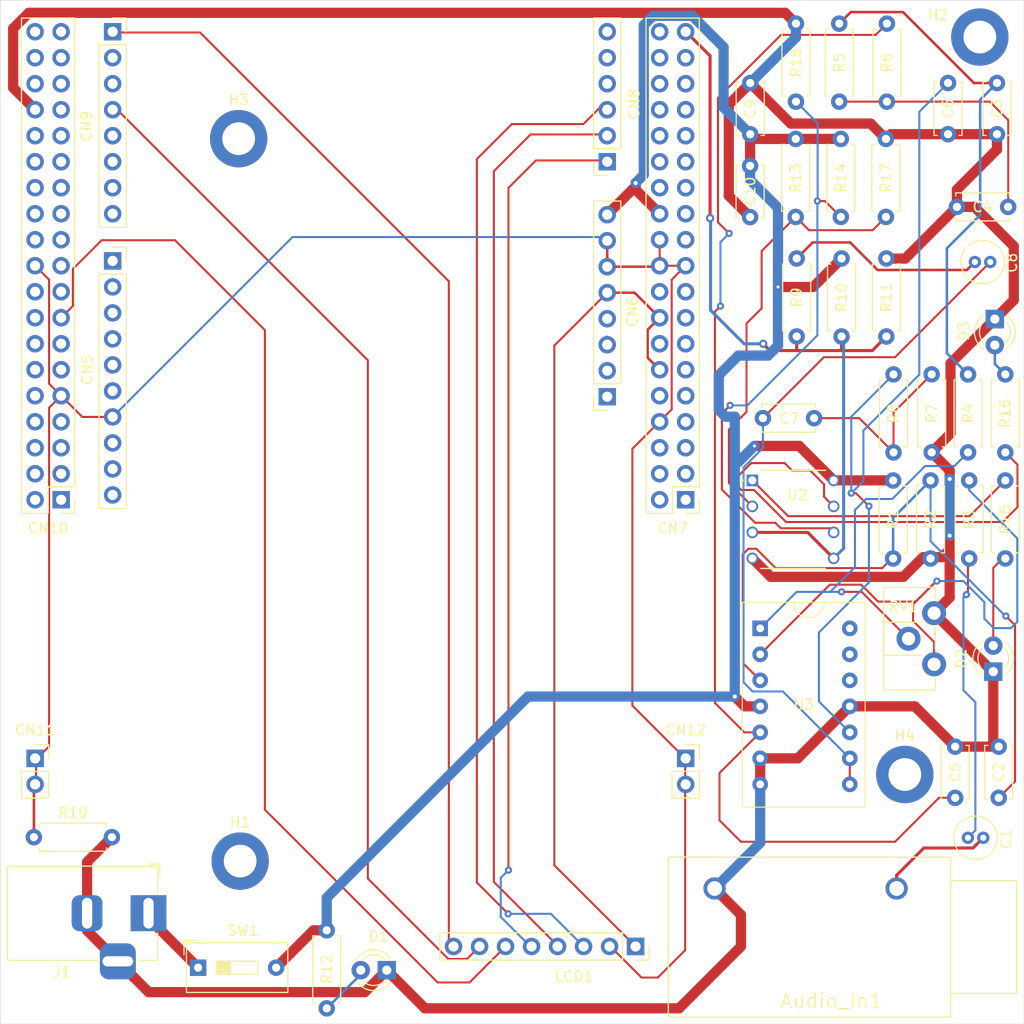
<source format=kicad_pcb>
(kicad_pcb (version 20240108) (generator "pcbnew") (generator_version "8.0")
  (layers (0 "F.Cu" signal) (31 "B.Cu" power) (34 "B.Paste" user) (35 "F.Paste" user) (36 "B.SilkS" user "B.Silkscreen") (37 "F.SilkS" user "F.Silkscreen") (38 "B.Mask" user) (39 "F.Mask" user) (44 "Edge.Cuts" user))
  (net 0 "")
  (net 1 "GND")
  (net 2 "+5V")
  (net 3 "VIN")
  (net 4 "VDD")
  (net 5 "Audio In")
  (net 6 "AGND")
  (net 7 "Net-(C3-Pad1)")
  (net 8 "Net-(C4-Pad1)")
  (net 9 "Net-(C7-Pad2)")
  (net 10 "Net-(C8-Pad2)")
  (net 11 "ADC1")
  (net 12 "Net-(SW1-A)")
  (net 13 "Net-(D2-A)")
  (net 14 "Net-(D1-A)")
  (net 15 "Net-(D3-A)")
  (net 16 "Net-(U2-1IN-)")
  (net 17 "Net-(U2-2IN-)")
  (net 18 "Net-(U2-1OUT)")
  (net 19 "Net-(U2-2OUT)")
  (net 20 "Net-(U3-in_1_+)")
  (net 21 "Net-(U3-in_2_+)")
  (net 22 "Net-(U3-in_3_+)")
  (net 23 "Net-(U3-in_3_-)")
  (net 24 "Net-(U3-in_1_-)")
  (net 25 "Net-(U3-out_1)")
  (net 29 "/SDI")
  (net 30 "/LCD_CS")
  (net 31 "/LED")
  (net 32 "/LCD_RS")
  (net 33 "/SCK")
  (net 34 "/LCD_RST")
  (net 38 "unconnected-(CN6-Pin_3-Pad3)")
  (net 74 "unconnected-(CN9-Pin_8-Pad8)")
  (net 79 "unconnected-(CN10-Pin_35-Pad35)")
  (net 80 "unconnected-(CN10-Pin_29-Pad29)")
  (net 85 "unconnected-(CN10-Pin_27-Pad27)")
  (net 94 "unconnected-(CN10-Pin_33-Pad33)")
  (net 95 "unconnected-(CN10-Pin_25-Pad25)")
  (net 100 "unconnected-(CN10-Pin_31-Pad31)")
  (net 117 "Net-(C1-Pad2)")
  (footprint "Connector_PinSocket_2.54mm:PinSocket_1x02_P2.54mm_Vertical" (layer "F.Cu") (at 88.955 90.093)
    (property "Reference" "CN12")
    (property "Value" "Conn_01x02")
  )
  (footprint "Capacitor_THT:C_Radial_D4.0mm_H5.0mm_P1.50mm" (layer "F.Cu") (at 118.708 41.606 180)
    (property "Reference" "C8")
    (property "Value" "270µ")
  )
  (footprint "LED_THT:LED_D3.0mm" (layer "F.Cu") (at 59.76 110.779 180)
    (property "Reference" "D1")
    (property "Value" "LED")
  )
  (footprint "Resistor_THT:R_Axial_DIN0207_L6.3mm_D2.5mm_P7.62mm_Horizontal" (layer "F.Cu") (at 112.875 70.565 90)
    (property "Reference" "R2")
    (property "Value" "10k")
  )
  (footprint "Button_Switch_THT:SW_DIP_SPSTx01_Slide_9.78x4.72mm_W7.62mm_P2.54mm" (layer "F.Cu") (at 41.3325 110.536)
    (property "Reference" "SW1")
    (property "Value" "SW_SPST")
  )
  (footprint "Resistor_THT:R_Axial_DIN0207_L6.3mm_D2.5mm_P7.62mm_Horizontal" (layer "F.Cu") (at 99.802333 41.261349 -90)
    (property "Reference" "R9")
    (property "Value" "800")
  )
  (footprint "Capacitor_THT:C_Disc_D5.0mm_W2.5mm_P5.00mm" (layer "F.Cu") (at 120.454 36.222 180)
    (property "Reference" "C4")
    (property "Value" "1nF")
  )
  (footprint "Connector_PinSocket_2.54mm:PinSocket_1x06_P2.54mm_Vertical" (layer "F.Cu") (at 81.293 31.809 180)
    (property "Reference" "CN8")
    (property "Value" "Conn_01x06")
  )
  (footprint "Resistor_THT:R_Axial_DIN0207_L6.3mm_D2.5mm_P7.62mm_Horizontal" (layer "F.Cu") (at 108.614 25.94 90)
    (property "Reference" "R6")
    (property "Value" "56K")
  )
  (footprint "Capacitor_THT:C_Disc_D5.0mm_W2.5mm_P5.00mm" (layer "F.Cu") (at 95.249 37.217 90)
    (property "Reference" "C10")
    (property "Value" "10µ")
  )
  (footprint "Capacitor_THT:C_Disc_D5.0mm_W2.5mm_P5.00mm" (layer "F.Cu") (at 119.537 93.947 90)
    (property "Reference" "C2")
    (property "Value" "1n")
  )
  (footprint "Resistor_THT:R_Axial_DIN0207_L6.3mm_D2.5mm_P7.62mm_Horizontal" (layer "F.Cu") (at 53.896 106.891 -90)
    (property "Reference" "R12")
    (property "Value" "330")
  )
  (footprint "Connector_BarrelJack:BarrelJack_Horizontal" (layer "F.Cu") (at 36.489 105.216)
    (property "Reference" "J1")
    (property "Value" "Barrel_Jack_Switch")
  )
  (footprint "Capacitor_THT:C_Disc_D5.0mm_W2.5mm_P5.00mm" (layer "F.Cu") (at 119.367 24.12 -90)
    (property "Reference" "C3")
    (property "Value" "680p")
  )
  (footprint "Connector_PinSocket_2.54mm:PinSocket_1x10_P2.54mm_Vertical" (layer "F.Cu") (at 32.983 41.499)
    (property "Reference" "CN5")
    (property "Value" "Conn_01x10")
  )
  (footprint "Potentiometer_THT:Potentiometer_ACP_CA9-H2,5_Horizontal" (layer "F.Cu") (at 113.224 80.905 180)
    (property "Reference" "RV1")
    (property "Value" "R_Var")
  )
  (footprint "LED_THT:LED_D3.0mm" (layer "F.Cu") (at 119.005 81.616 90)
    (property "Reference" "D2")
    (property "Value" "LED")
  )
  (footprint "Connector_PinSocket_2.54mm:PinSocket_2x19_P2.54mm_Vertical" (layer "F.Cu") (at 88.955 19.11)
    (property "Reference" "CN7")
    (property "Value" "Conn_02x19_Odd_Even")
  )
  (footprint "Capacitor_THT:C_Disc_D5.0mm_W2.5mm_P5.00mm" (layer "F.Cu") (at 96.502 56.859)
    (property "Reference" "C7")
    (property "Value" "1.8n")
  )
  (footprint "Resistor_THT:R_Axial_DIN0207_L6.3mm_D2.5mm_P7.62mm_Horizontal" (layer "F.Cu") (at 25.291 97.787)
    (property "Reference" "R19")
    (property "Value" "0")
  )
  (footprint "Connector_PinSocket_2.54mm:PinSocket_1x08_P2.54mm_Vertical" (layer "F.Cu") (at 32.983 19.11)
    (property "Reference" "CN9")
    (property "Value" "Conn_01x08")
  )
  (footprint "Resistor_THT:R_Axial_DIN0207_L6.3mm_D2.5mm_P7.62mm_Horizontal" (layer "F.Cu") (at 109.26 60.205 90)
    (property "Reference" "R8")
    (property "Value" "56K")
  )
  (footprint "Connector_PinSocket_2.54mm:PinSocket_1x02_P2.54mm_Vertical" (layer "F.Cu") (at 25.41 90.093)
    (property "Reference" "CN11")
    (property "Value" "Conn_01x02")
  )
  (footprint "Capacitor_THT:C_Radial_D4.0mm_H5.0mm_P1.50mm" (layer "F.Cu") (at 118.027 97.848 180)
    (property "Reference" "C1")
    (property "Value" "150µ")
  )
  (footprint "Resistor_THT:R_Axial_DIN0207_L6.3mm_D2.5mm_P7.62mm_Horizontal" (layer "F.Cu") (at 99.706833 37.203349 90)
    (property "Reference" "R13")
    (property "Value" "23.3k")
  )
  (footprint "Resistor_THT:R_Axial_DIN0207_L6.3mm_D2.5mm_P7.62mm_Horizontal" (layer "F.Cu") (at 103.958333 18.32 -90)
    (property "Reference" "R5")
    (property "Value" "56K")
  )
  (footprint "LED_THT:LED_D3.0mm" (layer "F.Cu") (at 119.156 47.18 -90)
    (property "Reference" "D3")
    (property "Value" "LED")
  )
  (footprint "Capacitor_THT:C_Disc_D5.0mm_W2.5mm_P5.00mm" (layer "F.Cu") (at 95.264 24.125 -90)
    (property "Reference" "C9")
    (property "Value" "100n")
  )
  (footprint "Connector_PinSocket_2.54mm:PinSocket_2x19_P2.54mm_Vertical" (layer "F.Cu") (at 27.95 19.11)
    (property "Reference" "CN10")
    (property "Value" "Conn_02x19_Odd_Even")
  )
  (footprint "Resistor_THT:R_Axial_DIN0207_L6.3mm_D2.5mm_P7.62mm_Horizontal" (layer "F.Cu") (at 108.517833 37.203349 90)
    (property "Reference" "R17")
    (property "Value" "10k")
  )
  (footprint "Resistor_THT:R_Axial_DIN0207_L6.3mm_D2.5mm_P7.62mm_Horizontal" (layer "F.Cu") (at 108.562333 41.261349 -90)
    (property "Reference" "R11")
    (property "Value" "1K")
  )
  (footprint "MountingHole:MountingHole_3.2mm_M3_DIN965_Pad_TopBottom" (layer "F.Cu") (at 110.364 91.666)
    (property "Reference" "H4")
    (property "Value" "MountingHole")
  )
  (footprint "Connector_PinSocket_2.54mm:PinSocket_1x08_P2.54mm_Vertical" (layer "F.Cu") (at 84.062 108.464 -90)
    (property "Reference" "LCD1")
    (property "Value" "Conn_01x08")
  )
  (footprint "Capacitor_THT:C_Disc_D5.0mm_W2.5mm_P5.00mm" (layer "F.Cu") (at 115.281 93.947 90)
    (property "Reference" "C5")
    (property "Value" "220p")
  )
  (footprint "Resistor_THT:R_Axial_DIN0207_L6.3mm_D2.5mm_P7.62mm_Horizontal" (layer "F.Cu") (at 116.653 62.945 -90)
    (property "Reference" "R3")
    (property "Value" "150k")
  )
  (footprint "MountingHole:MountingHole_3.2mm_M3_DIN965_Pad_TopBottom" (layer "F.Cu") (at 45.439 100.126)
    (property "Reference" "H1")
    (property "Value" "MountingHole")
  )
  (footprint "Resistor_THT:R_Axial_DIN0207_L6.3mm_D2.5mm_P7.62mm_Horizontal" (layer "F.Cu") (at 120.178334 62.945 -90)
    (property "Reference" "R15")
    (property "Value" "330")
  )
  (footprint "Capacitor_THT:C_Disc_D5.0mm_W2.5mm_P5.00mm" (layer "F.Cu") (at 114.587 24.12 -90)
    (property "Reference" "C6")
    (property "Value" "180p")
  )
  (footprint "Resistor_THT:R_Axial_DIN0207_L6.3mm_D2.5mm_P7.62mm_Horizontal" (layer "F.Cu") (at 109.220334 70.565 90)
    (property "Reference" "R1")
    (property "Value" "10k")
  )
  (footprint "Resistor_THT:R_Axial_DIN0207_L6.3mm_D2.5mm_P7.62mm_Horizontal" (layer "F.Cu") (at 112.986 60.201 90)
    (property "Reference" "R7")
    (property "Value" "56K")
  )
  (footprint "Resistor_THT:R_Axial_DIN0207_L6.3mm_D2.5mm_P7.62mm_Horizontal" (layer "F.Cu") (at 99.73 25.94 90)
    (property "Reference" "R18")
    (property "Value" "10k")
  )
  (footprint "Resistor_THT:R_Axial_DIN0207_L6.3mm_D2.5mm_P7.62mm_Horizontal" (layer "F.Cu") (at 104.183833 48.881349 90)
    (property "Reference" "R10")
    (property "Value" "4.45K")
  )
  (footprint "MountingHole:MountingHole_3.2mm_M3_DIN965_Pad_TopBottom" (layer "F.Cu") (at 117.691 19.631 90)
    (property "Reference" "H2")
    (property "Value" "MountingHole")
  )
  (footprint "MountingHole:MountingHole_3.2mm_M3_DIN965_Pad_TopBottom" (layer "F.Cu") (at 45.294 29.558)
    (property "Reference" "H3")
    (property "Value" "MountingHole")
  )
  (footprint "Connector_PinSocket_2.54mm:PinSocket_1x08_P2.54mm_Vertical" (layer "F.Cu") (at 81.293 54.764 180)
    (property "Reference" "CN6")
    (property "Value" "Conn_01x08" (hide yes))
  )
  (footprint "Resistor_THT:R_Axial_DIN0207_L6.3mm_D2.5mm_P7.62mm_Horizontal" (layer "F.Cu") (at 104.112333 37.203349 90)
    (property "Reference" "R14")
    (property "Value" "17.7k")
  )
  (footprint "Resistor_THT:R_Axial_DIN0207_L6.3mm_D2.5mm_P7.62mm_Horizontal" (layer "F.Cu") (at 116.539332 60.205 90)
    (property "Reference" "R4")
    (property "Value" "56K")
  )
  (footprint "custom_library:TL074" (layer "F.Cu") (at 94.486 74.85)
    (property "Reference" "U3")
    (property "Value" "~")
  )
  (footprint "LM2903P:DIP794W45P254L959H508Q8" (layer "F.Cu") (at 99.442 66.747)
    (property "Reference" "U2")
    (property "Value" "LM2903P")
  )
  (footprint "Resistor_THT:R_Axial_DIN0207_L6.3mm_D2.5mm_P7.62mm_Horizontal" (layer "F.Cu") (at 120.179 60.205 90)
    (property "Reference" "R16")
    (property "Value" "330")
  )
  (footprint "SN49B11:SWITCHCRAFT_SN49B11" (layer "F.Cu") (at 104.2798 107.55)
    (property "Reference" "Audio_In1")
    (property "Value" "SN49B11")
  )
  (gr_rect (start 22.0048 16.038) (end 122.0048 116.038) (stroke (width 0.05)) (fill none) (layer "Edge.Cuts"))
  (segment (start 81.605 108.464) (end 81.522 108.464) (width 0.2) (layer "F.Cu") (net 1))
  (segment (start 86.235 111.501) (end 84.642 111.501) (width 0.2) (layer "F.Cu") (net 1))
  (segment (start 26.775 88.924) (end 25.506 90.193) (width 0.2) (layer "F.Cu") (net 1))
  (segment (start 88.955 41.943) (end 89.003 41.943) (width 0.2) (layer "F.Cu") (net 1))
  (segment (start 86.415 41.97) (end 88.955 41.97) (width 0.2) (layer "F.Cu") (net 1))
  (segment (start 81.293 42.064) (end 86.321 42.064) (width 0.25) (layer "F.Cu") (net 1))
  (segment (start 25.291 92.752) (end 25.41 92.633) (width 0.25) (layer "F.Cu") (net 1))
  (segment (start 87.59 43.335) (end 87.59 56.008) (width 0.2) (layer "F.Cu") (net 1))
  (segment (start 26.775 43.335) (end 26.775 53.495) (width 0.2) (layer "F.Cu") (net 1))
  (segment (start 84.642 111.501) (end 81.605 108.464) (width 0.2) (layer "F.Cu") (net 1))
  (segment (start 25.41 41.97) (end 26.775 43.335) (width 0.2) (layer "F.Cu") (net 1))
  (segment (start 86.321 42.064) (end 86.415 41.97) (width 0.25) (layer "F.Cu") (net 1))
  (segment (start 89.003 41.943) (end 89.2508 41.6952) (width 0.2) (layer "F.Cu") (net 1))
  (segment (start 86.415 39.403) (end 86.415 41.686) (width 0.2) (layer "F.Cu") (net 1))
  (segment (start 81.293 39.524) (end 81.293 42.064) (width 0.25) (layer "F.Cu") (net 1))
  (segment (start 27.95 54.67) (end 26.775 55.845) (width 0.2) (layer "F.Cu") (net 1))
  (segment (start 26.775 53.495) (end 27.95 54.67) (width 0.2) (layer "F.Cu") (net 1))
  (segment (start 88.955 41.97) (end 87.59 43.335) (width 0.2) (layer "F.Cu") (net 1))
  (segment (start 32.983 56.739) (end 30.019 56.739) (width 0.2) (layer "F.Cu") (net 1))
  (segment (start 88.906 90.093) (end 88.906 108.83) (width 0.2) (layer "F.Cu") (net 1))
  (segment (start 83.751 84.938) (end 88.906 90.093) (width 0.2) (layer "F.Cu") (net 1))
  (segment (start 88.906 108.83) (end 86.235 111.501) (width 0.2) (layer "F.Cu") (net 1))
  (segment (start 26.775 55.845) (end 26.775 88.924) (width 0.2) (layer "F.Cu") (net 1))
  (segment (start 83.751 59.847) (end 83.751 84.938) (width 0.2) (layer "F.Cu") (net 1))
  (segment (start 25.506 92.733) (end 25.506 90.193) (width 0.2) (layer "F.Cu") (net 1))
  (segment (start 87.59 56.008) (end 83.751 59.847) (width 0.2) (layer "F.Cu") (net 1))
  (segment (start 81.387 39.43) (end 81.293 39.524) (width 0.25) (layer "F.Cu") (net 1))
  (segment (start 27.95 54.67) (end 30.019 56.739) (width 0.2) (layer "F.Cu") (net 1))
  (segment (start 25.291 97.787) (end 25.291 92.752) (width 0.25) (layer "F.Cu") (net 1))
  (segment (start 50.552 39.17) (end 32.983 56.739) (width 0.2) (layer "B.Cu") (net 1))
  (segment (start 81.293 39.524) (end 80.939 39.17) (width 0.2) (layer "B.Cu") (net 1))
  (segment (start 80.939 39.17) (end 50.552 39.17) (width 0.2) (layer "B.Cu") (net 1))
  (segment (start 86.415 47.05) (end 83.969 44.604) (width 0.25) (layer "F.Cu") (net 2))
  (segment (start 86.415 47.05) (end 85.24 48.225) (width 0.25) (layer "F.Cu") (net 2))
  (segment (start 86.2 51.888) (end 86.415 52.103) (width 0.2) (layer "F.Cu") (net 2))
  (segment (start 76.127 49.77) (end 81.293 44.604) (width 0.2) (layer "F.Cu") (net 2))
  (segment (start 85.24 48.225) (end 85.24 50.955) (width 0.25) (layer "F.Cu") (net 2))
  (segment (start 84.145 108.464) (end 84.062 108.464) (width 0.2) (layer "F.Cu") (net 2))
  (segment (start 85.24 50.955) (end 86.415 52.13) (width 0.25) (layer "F.Cu") (net 2))
  (segment (start 84.062 108.464) (end 76.127 100.529) (width 0.2) (layer "F.Cu") (net 2))
  (segment (start 76.127 100.529) (end 76.127 49.77) (width 0.2) (layer "F.Cu") (net 2))
  (segment (start 83.969 44.604) (end 81.293 44.604) (width 0.25) (layer "F.Cu") (net 2))
  (segment (start 48.9525 110.536) (end 52.5975 106.891) (width 1) (layer "F.Cu") (net 3))
  (segment (start 95.264 29.125) (end 95.722349 29.583349) (width 1) (layer "F.Cu") (net 3))
  (segment (start 84.065 34.54) (end 84.065 33.886) (width 1) (layer "F.Cu") (net 3))
  (segment (start 84.065 33.886) (end 84.065 34.212) (width 1) (layer "F.Cu") (net 3))
  (segment (start 84.065 34.212) (end 81.293 36.984) (width 1) (layer "F.Cu") (net 3))
  (segment (start 95.249 32.217) (end 95.249 29.14) (width 1) (layer "F.Cu") (net 3))
  (segment (start 96.236 85.01) (end 94.712 85.01) (width 1) (layer "F.Cu") (net 3))
  (segment (start 103.412 62.937) (end 109.212334 62.937) (width 1) (layer "F.Cu") (net 3))
  (segment (start 95.249 29.14) (end 95.264 29.125) (width 1) (layer "F.Cu") (net 3))
  (segment (start 104.183833 41.272349) (end 101.409182 44.047) (width 1) (layer "F.Cu") (net 3))
  (segment (start 95.669 59.572) (end 100.047 59.572) (width 1) (layer "F.Cu") (net 3))
  (segment (start 101.409182 44.047) (end 97.977 44.047) (width 1) (layer "F.Cu") (net 3))
  (segment (start 52.5975 106.891) (end 53.896 106.891) (width 1) (layer "F.Cu") (net 3))
  (segment (start 94.712 85.01) (end 93.755 84.053) (width 1) (layer "F.Cu") (net 3))
  (segment (start 100.047 59.572) (end 103.412 62.937) (width 1) (layer "F.Cu") (net 3))
  (segment (start 86.415 36.89) (end 84.065 34.54) (width 1) (layer "F.Cu") (net 3))
  (segment (start 109.212334 62.937) (end 109.220334 62.945) (width 1) (layer "F.Cu") (net 3))
  (segment (start 104.112333 29.583349) (end 99.706833 29.583349) (width 1) (layer "F.Cu") (net 3))
  (segment (start 95.722349 29.583349) (end 99.706833 29.583349) (width 1) (layer "F.Cu") (net 3))
  (via (at 93.755 84.053) (size 0.8) (drill 0.4) (layers "F.Cu" "B.Cu") (net 3))
  (via (at 95.669 59.572) (size 0.7) (drill 0.3) (layers "F.Cu" "B.Cu") (net 3))
  (via (at 84.065 33.886) (size 0.8) (drill 0.4) (layers "F.Cu" "B.Cu") (net 3))
  (via (at 97.977 44.047) (size 0.7) (drill 0.3) (layers "F.Cu" "B.Cu") (net 3))
  (segment (start 97.977 44.047) (end 97.977 36.314) (width 1) (layer "B.Cu") (net 3))
  (segment (start 93.750635 56.714) (end 92.839365 56.714) (width 1) (layer "B.Cu") (net 3))
  (segment (start 97.003346 50.745) (end 97.977 49.771346) (width 1) (layer "B.Cu") (net 3))
  (segment (start 92.658 26.519) (end 95.264 29.125) (width 1) (layer "B.Cu") (net 3))
  (segment (start 73.549 84.053) (end 53.896 103.706) (width 1) (layer "B.Cu") (net 3))
  (segment (start 84.065 33.886) (end 84.865 33.086) (width 1) (layer "B.Cu") (net 3))
  (segment (start 95.249 33.586) (end 95.249 32.217) (width 1) (layer "B.Cu") (net 3))
  (segment (start 92.195 56.069635) (end 92.195 52.655) (width 1) (layer "B.Cu") (net 3))
  (segment (start 84.865 33.086) (end 84.865 18.467968) (width 1) (layer "B.Cu") (net 3))
  (segment (start 97.977 36.314) (end 95.249 33.586) (width 1) (layer "B.Cu") (net 3))
  (segment (start 93.755 84.053) (end 93.755 56.709635) (width 1) (layer "B.Cu") (net 3))
  (segment (start 97.977 49.771346) (end 97.977 44.047) (width 1) (layer "B.Cu") (net 3))
  (segment (start 84.865 18.467968) (end 85.772968 17.56) (width 1) (layer "B.Cu") (net 3))
  (segment (start 94.105 50.745) (end 97.003346 50.745) (width 1) (layer "B.Cu") (net 3))
  (segment (start 92.658 20.620968) (end 92.658 26.519) (width 1) (layer "B.Cu") (net 3))
  (segment (start 93.755 84.053) (end 73.549 84.053) (width 1) (layer "B.Cu") (net 3))
  (segment (start 85.772968 17.56) (end 89.597032 17.56) (width 1) (layer "B.Cu") (net 3))
  (segment (start 89.597032 17.56) (end 92.658 20.620968) (width 1) (layer "B.Cu") (net 3))
  (segment (start 93.755 61.166) (end 94.075 61.166) (width 1) (layer "B.Cu") (net 3))
  (segment (start 92.195 52.655) (end 94.105 50.745) (width 1) (layer "B.Cu") (net 3))
  (segment (start 93.755 56.709635) (end 93.750635 56.714) (width 1) (layer "B.Cu") (net 3))
  (segment (start 94.075 61.166) (end 95.669 59.572) (width 1) (layer "B.Cu") (net 3))
  (segment (start 53.896 103.706) (end 53.896 106.891) (width 1) (layer "B.Cu") (net 3))
  (segment (start 92.839365 56.714) (end 92.195 56.069635) (width 1) (layer "B.Cu") (net 3))
  (segment (start 112.241 98.848) (end 112.232 98.839) (width 0.3) (layer "F.Cu") (net 5))
  (segment (start 118.027 97.848) (end 117.027 98.848) (width 0.3) (layer "F.Cu") (net 5))
  (segment (start 112.232 98.839) (end 109.563 101.508) (width 0.3) (layer "F.Cu") (net 5))
  (segment (start 109.563 101.508) (end 109.563 102.8002) (width 0.3) (layer "F.Cu") (net 5))
  (segment (start 117.027 98.848) (end 112.241 98.848) (width 0.3) (layer "F.Cu") (net 5))
  (segment (start 99.906 90.09) (end 104.986 85.01) (width 1) (layer "F.Cu") (net 6))
  (segment (start 25.41 26.73) (end 23.267 24.587) (width 1) (layer "F.Cu") (net 6))
  (segment (start 24.788 17.268) (end 98.678 17.268) (width 1) (layer "F.Cu") (net 6))
  (segment (start 30.489 106.916) (end 33.489 109.916) (width 1) (layer "F.Cu") (net 6))
  (segment (start 114.743 74.386) (end 114.743 69.692) (width 1) (layer "F.Cu") (net 6))
  (segment (start 91.783 102.8002) (end 94.357 105.3742) (width 1) (layer "F.Cu") (net 6))
  (segment (start 107.017833 28.083349) (end 99.222349 28.083349) (width 1) (layer "F.Cu") (net 6))
  (segment (start 119.537 88.947) (end 115.281 88.947) (width 1) (layer "F.Cu") (net 6))
  (segment (start 98.678 17.268) (end 99.73 18.32) (width 1) (layer "F.Cu") (net 6))
  (segment (start 114.743 69.692) (end 113.997 70.438) (width 1) (layer "F.Cu") (net 6))
  (segment (start 114.826 58.361) (end 112.986 60.201) (width 1) (layer "F.Cu") (net 6))
  (segment (start 119.156 47.18) (end 121.009 45.327) (width 1) (layer "F.Cu") (net 6))
  (segment (start 119.005 88.415) (end 119.537 88.947) (width 1) (layer "F.Cu") (net 6))
  (segment (start 118.935 81.616) (end 119.005 81.616) (width 1) (layer "F.Cu") (net 6))
  (segment (start 93.17 35.138) (end 93.17 26.219) (width 1) (layer "F.Cu") (net 6))
  (segment (start 115.454 34.53) (end 119.367 30.617) (width 1) (layer "F.Cu") (net 6))
  (segment (start 114.587 29.12) (end 108.981182 29.12) (width 1) (layer "F.Cu") (net 6))
  (segment (start 33.489 109.916) (end 35.058 111.485) (width 1) (layer "F.Cu") (net 6))
  (segment (start 30.489 100.209) (end 32.911 97.787) (width 1) (layer "F.Cu") (net 6))
  (segment (start 93.17 26.219) (end 95.264 24.125) (width 1) (layer "F.Cu") (net 6))
  (segment (start 119.156 47.18) (end 114.826 51.51) (width 1) (layer "F.Cu") (net 6))
  (segment (start 95.249 37.217) (end 93.17 35.138) (width 1) (layer "F.Cu") (net 6))
  (segment (start 110.219 72.359) (end 97.274 72.359) (width 1) (layer "F.Cu") (net 6))
  (segment (start 36.498 112.925) (end 33.9055 110.3325) (width 1) (layer "F.Cu") (net 6))
  (segment (start 121.009 40.065) (end 117.166 36.222) (width 1) (layer "F.Cu") (net 6))
  (segment (start 119.367 30.617) (end 119.367 29.12) (width 1) (layer "F.Cu") (net 6))
  (segment (start 115.454 36.222) (end 110.403651 41.272349) (width 1) (layer "F.Cu") (net 6))
  (segment (start 111.344 85.01) (end 115.281 88.947) (width 1) (layer "F.Cu") (net 6))
  (segment (start 23.267 24.587) (end 23.267 18.789) (width 1) (layer "F.Cu") (net 6))
  (segment (start 114.743 68.336) (end 114.743 69.692) (width 1) (layer "F.Cu") (net 6))
  (segment (start 63.486 114.505) (end 59.76 110.779) (width 1) (layer "F.Cu") (net 6))
  (segment (start 97.274 72.359) (end 95.472 70.557) (width 1) (layer "F.Cu") (net 6))
  (segment (start 23.267 18.789) (end 24.788 17.268) (width 1) (layer "F.Cu") (net 6))
  (segment (start 108.517833 29.583349) (end 107.017833 28.083349) (width 1) (layer "F.Cu") (net 6))
  (segment (start 57.614 112.925) (end 36.498 112.925) (width 1) (layer "F.Cu") (net 6))
  (segment (start 112.875 70.438) (end 112.14 70.438) (width 1) (layer "F.Cu") (net 6))
  (segment (start 114.826 51.51) (end 114.826 58.361) (width 1) (layer "F.Cu") (net 6))
  (segment (start 113.997 70.438) (end 112.875 70.438) (width 1) (layer "F.Cu") (net 6))
  (segment (start 59.76 110.779) (end 57.614 112.925) (width 1) (layer "F.Cu") (net 6))
  (segment (start 115.454 36.222) (end 115.454 34.53) (width 1) (layer "F.Cu") (net 6))
  (segment (start 119.367 29.12) (end 114.587 29.12) (width 1) (layer "F.Cu") (net 6))
  (segment (start 30.489 105.216) (end 30.489 100.209) (width 1) (layer "F.Cu") (net 6))
  (segment (start 114.742 62.8) (end 114.742 61.957) (width 1) (layer "F.Cu") (net 6))
  (segment (start 94.357 108.468) (end 88.32 114.505) (width 1) (layer "F.Cu") (net 6))
  (segment (start 96.236 90.09) (end 99.906 90.09) (width 1) (layer "F.Cu") (net 6))
  (segment (start 113.224 75.905) (end 114.743 74.386) (width 1) (layer "F.Cu") (net 6))
  (segment (start 110.403651 41.272349) (end 108.562333 41.272349) (width 1) (layer "F.Cu") (net 6))
  (segment (start 99.222349 28.083349) (end 95.264 24.125) (width 1) (layer "F.Cu") (net 6))
  (segment (start 108.981182 29.12) (end 108.517833 29.583349) (width 1) (layer "F.Cu") (net 6))
  (segment (start 94.357 105.3742) (end 94.357 108.468) (width 1) (layer "F.Cu") (net 6))
  (segment (start 119.005 81.616) (end 119.005 88.415) (width 1) (layer "F.Cu") (net 6))
  (segment (start 30.489 105.216) (end 30.489 106.916) (width 1) (layer "F.Cu") (net 6))
  (segment (start 104.986 85.01) (end 111.344 85.01) (width 1) (layer "F.Cu") (net 6))
  (segment (start 112.14 70.438) (end 110.219 72.359) (width 1) (layer "F.Cu") (net 6))
  (segment (start 121.009 45.327) (end 121.009 40.065) (width 1) (layer "F.Cu") (net 6))
  (segment (start 88.32 114.505) (end 63.486 114.505) (width 1) (layer "F.Cu") (net 6))
  (segment (start 113.224 75.905) (end 118.935 81.616) (width 1) (layer "F.Cu") (net 6))
  (segment (start 114.742 61.957) (end 112.986 60.201) (width 1) (layer "F.Cu") (net 6))
  (segment (start 117.166 36.222) (end 115.454 36.222) (width 1) (layer "F.Cu") (net 6))
  (segment (start 96.236 90.09) (end 96.236 92.63) (width 1) (layer "F.Cu") (net 6))
  (via (at 114.743 68.336) (size 0.8) (drill 0.4) (layers "F.Cu" "B.Cu") (net 6))
  (via (at 114.742 62.8) (size 0.8) (drill 0.4) (layers "F.Cu" "B.Cu") (net 6))
  (segment (start 114.742 62.8) (end 114.743 62.801) (width 1) (layer "B.Cu") (net 6))
  (segment (start 114.743 62.801) (end 114.743 68.336) (width 1) (layer "B.Cu") (net 6))
  (segment (start 96.236 92.63) (end 96.236 98.3472) (width 1) (layer "B.Cu") (net 6))
  (segment (start 96.236 98.3472) (end 91.783 102.8002) (width 1) (layer "B.Cu") (net 6))
  (segment (start 99.73 18.32) (end 99.73 19.659) (width 1) (layer "B.Cu") (net 6))
  (segment (start 99.73 19.659) (end 95.264 24.125) (width 1) (layer "B.Cu") (net 6))
  (segment (start 117.113 24.12) (end 119.367 24.12) (width 0.25) (layer "F.Cu") (net 7))
  (segment (start 103.958333 18.32) (end 105.083333 17.195) (width 0.25) (layer "F.Cu") (net 7))
  (segment (start 105.083333 17.195) (end 110.188 17.195) (width 0.25) (layer "F.Cu") (net 7))
  (segment (start 110.188 17.195) (end 117.113 24.12) (width 0.25) (layer "F.Cu") (net 7))
  (segment (start 117.724 37.017) (end 114.471 40.27) (width 0.25) (layer "B.Cu") (net 7))
  (segment (start 117.724 25.763) (end 117.724 37.017) (width 0.25) (layer "B.Cu") (net 7))
  (segment (start 114.471 50.516668) (end 116.539332 52.585) (width 0.25) (layer "B.Cu") (net 7))
  (segment (start 119.367 24.12) (end 117.724 25.763) (width 0.25) (layer "B.Cu") (net 7))
  (segment (start 114.471 40.27) (end 114.471 50.516668) (width 0.25) (layer "B.Cu") (net 7))
  (segment (start 108.614 25.94) (end 118.657 25.94) (width 0.2) (layer "F.Cu") (net 8))
  (segment (start 120.467 27.75) (end 120.467 36.209) (width 0.2) (layer "F.Cu") (net 8))
  (segment (start 108.614 25.94) (end 103.958333 25.94) (width 0.2) (layer "F.Cu") (net 8))
  (segment (start 120.467 36.209) (end 120.454 36.222) (width 0.2) (layer "F.Cu") (net 8))
  (segment (start 118.657 25.94) (end 120.467 27.75) (width 0.2) (layer "F.Cu") (net 8))
  (segment (start 105.914 56.859) (end 109.26 60.205) (width 0.2) (layer "F.Cu") (net 9))
  (segment (start 109.26 56.307) (end 112.986 52.581) (width 0.2) (layer "F.Cu") (net 9))
  (segment (start 101.502 56.859) (end 105.914 56.859) (width 0.2) (layer "F.Cu") (net 9))
  (segment (start 109.26 60.205) (end 109.26 56.307) (width 0.2) (layer "F.Cu") (net 9))
  (segment (start 101.369682 39.694) (end 99.802333 41.261349) (width 0.25) (layer "F.Cu") (net 10))
  (segment (start 116.427651 42.386349) (end 107.711349 42.386349) (width 0.25) (layer "F.Cu") (net 10))
  (segment (start 105.019 39.694) (end 101.369682 39.694) (width 0.25) (layer "F.Cu") (net 10))
  (segment (start 107.711349 42.386349) (end 105.019 39.694) (width 0.25) (layer "F.Cu") (net 10))
  (segment (start 117.208 41.606) (end 116.427651 42.386349) (width 0.25) (layer "F.Cu") (net 10))
  (segment (start 99.819 50.258) (end 97.19 50.258) (width 0.3) (layer "F.Cu") (net 11))
  (segment (start 91.342 37.324) (end 91.342 21.47) (width 0.3) (layer "F.Cu") (net 11))
  (segment (start 104.183833 48.881349) (end 104.183833 50.193833) (width 0.3) (layer "F.Cu") (net 11))
  (segment (start 104.183833 50.193833) (end 104.248 50.258) (width 0.3) (layer "F.Cu") (net 11))
  (segment (start 99.802333 50.241333) (end 99.819 50.258) (width 0.3) (layer "F.Cu") (net 11))
  (segment (start 99.802333 48.881349) (end 99.802333 50.241333) (width 0.3) (layer "F.Cu") (net 11))
  (segment (start 95.472 68.017) (end 100.872 68.017) (width 0.3) (layer "F.Cu") (net 11))
  (segment (start 101.835 68.98) (end 103.412 70.557) (width 0.3) (layer "F.Cu") (net 11))
  (segment (start 100.872 68.017) (end 101.835 68.98) (width 0.3) (layer "F.Cu") (net 11))
  (segment (start 104.248 50.258) (end 99.819 50.258) (width 0.3) (layer "F.Cu") (net 11))
  (segment (start 97.19 50.258) (end 96.527 49.595) (width 0.3) (layer "F.Cu") (net 11))
  (segment (start 108.562333 48.881349) (end 107.185682 50.258) (width 0.3) (layer "F.Cu") (net 11))
  (segment (start 91.342 21.47) (end 88.955 19.083) (width 0.3) (layer "F.Cu") (net 11))
  (segment (start 107.185682 50.258) (end 104.248 50.258) (width 0.3) (layer "F.Cu") (net 11))
  (via (at 91.342 37.324) (size 0.8) (drill 0.4) (layers "F.Cu" "B.Cu") (net 11))
  (via (at 96.527 49.595) (size 0.8) (drill 0.4) (layers "F.Cu" "B.Cu") (net 11))
  (segment (start 94.666 49.595) (end 96.527 49.595) (width 0.3) (layer "B.Cu") (net 11))
  (segment (start 91.342 37.324) (end 91.39 37.372) (width 0.3) (layer "B.Cu") (net 11))
  (segment (start 104.384 69.585) (end 104.384 49.081516) (width 0.3) (layer "B.Cu") (net 11))
  (segment (start 104.384 49.081516) (end 104.183833 48.881349) (width 0.3) (layer "B.Cu") (net 11))
  (segment (start 103.412 70.557) (end 104.384 69.585) (width 0.3) (layer "B.Cu") (net 11))
  (segment (start 91.39 37.372) (end 91.39 46.319) (width 0.3) (layer "B.Cu") (net 11))
  (segment (start 91.39 46.319) (end 94.666 49.595) (width 0.3) (layer "B.Cu") (net 11))
  (segment (start 36.489 105.216) (end 36.489 105.6925) (width 0.2) (layer "F.Cu") (net 12))
  (segment (start 36.489 105.6925) (end 41.3325 110.536) (width 1) (layer "F.Cu") (net 12))
  (segment (start 119.005 71.483) (end 120.055 70.433) (width 0.2) (layer "F.Cu") (net 13))
  (segment (start 119.005 79.076) (end 119.005 71.483) (width 0.2) (layer "F.Cu") (net 13))
  (segment (start 53.896 114.511) (end 57.22 111.187) (width 0.25) (layer "B.Cu") (net 14))
  (segment (start 57.22 111.187) (end 57.22 110.779) (width 0.25) (layer "B.Cu") (net 14))
  (segment (start 119.156 51.562) (end 120.179 52.585) (width 0.25) (layer "B.Cu") (net 15))
  (segment (start 119.156 49.72) (end 119.156 51.562) (width 0.25) (layer "B.Cu") (net 15))
  (segment (start 94.9 47.611486) (end 94.9 56.247) (width 0.2) (layer "F.Cu") (net 16))
  (segment (start 99.706833 37.203349) (end 96.378 40.532182) (width 0.2) (layer "F.Cu") (net 16))
  (segment (start 96.378 46.133486) (end 94.9 47.611486) (width 0.2) (layer "F.Cu") (net 16))
  (segment (start 99.706833 37.203349) (end 101.004484 38.501) (width 0.2) (layer "F.Cu") (net 16))
  (segment (start 107.220182 38.501) (end 108.517833 37.203349) (width 0.2) (layer "F.Cu") (net 16))
  (segment (start 93.179 57.968) (end 93.179 63.184) (width 0.2) (layer "F.Cu") (net 16))
  (segment (start 93.179 63.184) (end 95.472 65.477) (width 0.2) (layer "F.Cu") (net 16))
  (segment (start 96.378 40.532182) (end 96.378 46.133486) (width 0.2) (layer "F.Cu") (net 16))
  (segment (start 94.9 56.247) (end 93.179 57.968) (width 0.2) (layer "F.Cu") (net 16))
  (segment (start 101.004484 38.501) (end 107.220182 38.501) (width 0.2) (layer "F.Cu") (net 16))
  (segment (start 98.25 67.615) (end 103.01 67.615) (width 0.2) (layer "F.Cu") (net 17))
  (segment (start 103.01 67.615) (end 103.412 68.017) (width 0.2) (layer "F.Cu") (net 17))
  (segment (start 102.561984 35.653) (end 104.112333 37.203349) (width 0.2) (layer "F.Cu") (net 17))
  (segment (start 95.742639 67.077) (end 97.712 67.077) (width 0.2) (layer "F.Cu") (net 17))
  (segment (start 92.496 63.830361) (end 95.742639 67.077) (width 0.2) (layer "F.Cu") (net 17))
  (segment (start 93.295 55.614) (end 92.496 56.413) (width 0.2) (layer "F.Cu") (net 17))
  (segment (start 92.496 56.413) (end 92.496 63.830361) (width 0.2) (layer "F.Cu") (net 17))
  (segment (start 101.823 35.653) (end 102.561984 35.653) (width 0.2) (layer "F.Cu") (net 17))
  (segment (start 97.712 67.077) (end 98.25 67.615) (width 0.2) (layer "F.Cu") (net 17))
  (via (at 93.295 55.614) (size 0.7) (drill 0.3) (layers "F.Cu" "B.Cu") (net 17))
  (via (at 101.823 35.653) (size 0.7) (drill 0.3) (layers "F.Cu" "B.Cu") (net 17))
  (segment (start 101.823 35.653) (end 101.846 35.63) (width 0.2) (layer "B.Cu") (net 17))
  (segment (start 101.846 35.63) (end 101.846 28.056) (width 0.2) (layer "B.Cu") (net 17))
  (segment (start 93.295 55.614) (end 94.982 55.614) (width 0.2) (layer "B.Cu") (net 17))
  (segment (start 101.823 48.773) (end 101.823 35.653) (width 0.2) (layer "B.Cu") (net 17))
  (segment (start 101.846 28.056) (end 99.73 25.94) (width 0.2) (layer "B.Cu") (net 17))
  (segment (start 94.982 55.614) (end 101.823 48.773) (width 0.2) (layer "B.Cu") (net 17))
  (segment (start 95.472 62.937) (end 98.968 66.433) (width 0.2) (layer "F.Cu") (net 18))
  (segment (start 98.968 66.433) (end 116.690334 66.433) (width 0.2) (layer "F.Cu") (net 18))
  (segment (start 116.690334 66.433) (end 120.178334 62.945) (width 0.2) (layer "F.Cu") (net 18))
  (segment (start 101.112589 61.96695) (end 99.344379 61.96695) (width 0.2) (layer "F.Cu") (net 19))
  (segment (start 119.92428 67.004) (end 121.367 65.56128) (width 0.2) (layer "F.Cu") (net 19))
  (segment (start 98.623429 61.246) (end 95.356 61.246) (width 0.2) (layer "F.Cu") (net 19))
  (segment (start 121.367 65.56128) (end 121.367 61.393) (width 0.2) (layer "F.Cu") (net 19))
  (segment (start 95.356 61.246) (end 94.134 62.468) (width 0.2) (layer "F.Cu") (net 19))
  (segment (start 94.134 62.468) (end 94.134 63.605842) (width 0.2) (layer "F.Cu") (net 19))
  (segment (start 103.412 65.477) (end 102.472 64.537) (width 0.2) (layer "F.Cu") (net 19))
  (segment (start 102.472 64.537) (end 102.472 63.326361) (width 0.2) (layer "F.Cu") (net 19))
  (segment (start 121.367 61.393) (end 120.179 60.205) (width 0.2) (layer "F.Cu") (net 19))
  (segment (start 98.764 67.004) (end 119.92428 67.004) (width 0.2) (layer "F.Cu") (net 19))
  (segment (start 94.405158 63.877) (end 95.637 63.877) (width 0.2) (layer "F.Cu") (net 19))
  (segment (start 95.637 63.877) (end 98.764 67.004) (width 0.2) (layer "F.Cu") (net 19))
  (segment (start 99.344379 61.96695) (end 98.623429 61.246) (width 0.2) (layer "F.Cu") (net 19))
  (segment (start 94.134 63.605842) (end 94.405158 63.877) (width 0.2) (layer "F.Cu") (net 19))
  (segment (start 102.472 63.326361) (end 101.112589 61.96695) (width 0.2) (layer "F.Cu") (net 19))
  (segment (start 95.082639 69.617) (end 95.861361 69.617) (width 0.2) (layer "F.Cu") (net 20))
  (segment (start 96.236 82.47) (end 94.532 80.766) (width 0.2) (layer "F.Cu") (net 20))
  (segment (start 94.532 80.766) (end 94.532 70.167639) (width 0.2) (layer "F.Cu") (net 20))
  (segment (start 120.235 76.193) (end 121.13 77.088) (width 0.2) (layer "F.Cu") (net 20))
  (segment (start 95.861361 69.617) (end 97.747361 71.503) (width 0.2) (layer "F.Cu") (net 20))
  (segment (start 94.532 70.167639) (end 95.082639 69.617) (width 0.2) (layer "F.Cu") (net 20))
  (segment (start 97.747361 71.503) (end 108.155334 71.503) (width 0.2) (layer "F.Cu") (net 20))
  (segment (start 121.13 77.088) (end 121.13 92.354) (width 0.2) (layer "F.Cu") (net 20))
  (segment (start 108.155334 71.503) (end 109.220334 70.438) (width 0.2) (layer "F.Cu") (net 20))
  (segment (start 121.13 92.354) (end 119.537 93.947) (width 0.2) (layer "F.Cu") (net 20))
  (via (at 120.235 76.193) (size 0.7) (drill 0.3) (layers "F.Cu" "B.Cu") (net 20))
  (segment (start 109.220334 70.565) (end 109.220334 66.599666) (width 0.25) (layer "B.Cu") (net 20))
  (segment (start 120.185635 76.193) (end 112.875 68.882365) (width 0.2) (layer "B.Cu") (net 20))
  (segment (start 120.235 76.193) (end 120.185635 76.193) (width 0.2) (layer "B.Cu") (net 20))
  (segment (start 109.220334 66.599666) (end 112.875 62.945) (width 0.25) (layer "B.Cu") (net 20))
  (segment (start 112.875 68.882365) (end 112.875 62.945) (width 0.2) (layer "B.Cu") (net 20))
  (segment (start 107.514 19.42) (end 98.271 19.42) (width 0.2) (layer "F.Cu") (net 21))
  (segment (start 115.281 93.947) (end 113.697 93.947) (width 0.2) (layer "F.Cu") (net 21))
  (segment (start 94.355 98.236) (end 92.259 96.14) (width 0.2) (layer "F.Cu") (net 21))
  (segment (start 92.115 25.576) (end 92.115 37.727) (width 0.2) (layer "F.Cu") (net 21))
  (segment (start 113.697 93.947) (end 109.408 98.236) (width 0.2) (layer "F.Cu") (net 21))
  (segment (start 92.259 91.527) (end 96.236 87.55) (width 0.2) (layer "F.Cu") (net 21))
  (segment (start 92.115 37.727) (end 93.202 38.814) (width 0.2) (layer "F.Cu") (net 21))
  (segment (start 91.815 84.672) (end 94.693 87.55) (width 0.2) (layer "F.Cu") (net 21))
  (segment (start 94.693 87.55) (end 96.236 87.55) (width 0.2) (layer "F.Cu") (net 21))
  (segment (start 91.815 46.455) (end 91.815 84.672) (width 0.2) (layer "F.Cu") (net 21))
  (segment (start 92.357 45.913) (end 91.815 46.455) (width 0.2) (layer "F.Cu") (net 21))
  (segment (start 92.259 96.14) (end 92.259 91.527) (width 0.2) (layer "F.Cu") (net 21))
  (segment (start 98.271 19.42) (end 92.115 25.576) (width 0.2) (layer "F.Cu") (net 21))
  (segment (start 108.614 18.32) (end 107.514 19.42) (width 0.2) (layer "F.Cu") (net 21))
  (segment (start 109.408 98.236) (end 94.355 98.236) (width 0.2) (layer "F.Cu") (net 21))
  (via (at 93.202 38.814) (size 0.7) (drill 0.3) (layers "F.Cu" "B.Cu") (net 21))
  (via (at 92.357 45.913) (size 0.7) (drill 0.3) (layers "F.Cu" "B.Cu") (net 21))
  (segment (start 92.357 45.913) (end 92.357 39.659) (width 0.2) (layer "B.Cu") (net 21))
  (segment (start 92.357 39.659) (end 93.202 38.814) (width 0.2) (layer "B.Cu") (net 21))
  (segment (start 105.585 64.183) (end 105.134 64.183) (width 0.2) (layer "F.Cu") (net 22))
  (segment (start 106.857 65.455) (end 105.585 64.183) (width 0.2) (layer "F.Cu") (net 22))
  (via (at 105.134 64.183) (size 0.7) (drill 0.3) (layers "F.Cu" "B.Cu") (net 22))
  (via (at 106.857 65.455) (size 0.7) (drill 0.3) (layers "F.Cu" "B.Cu") (net 22))
  (segment (start 106.857 72.909) (end 101.971 77.795) (width 0.2) (layer "B.Cu") (net 22))
  (segment (start 109.127 55.258) (end 111.779 52.606) (width 0.2) (layer "B.Cu") (net 22))
  (segment (start 106.857 65.455) (end 106.857 72.909) (width 0.2) (layer "B.Cu") (net 22))
  (segment (start 111.779 52.606) (end 111.779 26.928) (width 0.2) (layer "B.Cu") (net 22))
  (segment (start 101.971 84.535) (end 104.986 87.55) (width 0.2) (layer "B.Cu") (net 22))
  (segment (start 106.314 63.003) (end 106.314 58.071) (width 0.2) (layer "B.Cu") (net 22))
  (segment (start 106.314 58.071) (end 109.127 55.258) (width 0.2) (layer "B.Cu") (net 22))
  (segment (start 105.134 56.711) (end 109.26 52.585) (width 0.2) (layer "B.Cu") (net 22))
  (segment (start 101.971 77.795) (end 101.971 84.535) (width 0.2) (layer "B.Cu") (net 22))
  (segment (start 105.134 64.183) (end 105.134 56.711) (width 0.2) (layer "B.Cu") (net 22))
  (segment (start 105.134 64.183) (end 106.314 63.003) (width 0.2) (layer "B.Cu") (net 22))
  (segment (start 111.779 26.928) (end 114.587 24.12) (width 0.2) (layer "B.Cu") (net 22))
  (segment (start 108.991 52.854) (end 109.26 52.585) (width 0.25) (layer "B.Cu") (net 22))
  (segment (start 118.708 41.606) (end 109.41 50.904) (width 0.2) (layer "F.Cu") (net 23))
  (segment (start 109.41 50.904) (end 102.457 50.904) (width 0.2) (layer "F.Cu") (net 23))
  (segment (start 104.986 92.63) (end 104.986 90.09) (width 0.2) (layer "F.Cu") (net 23))
  (segment (start 102.457 50.904) (end 96.502 56.859) (width 0.2) (layer "F.Cu") (net 23))
  (segment (start 104.986 90.09) (end 98.454 83.558) (width 0.2) (layer "B.Cu") (net 23))
  (segment (start 94.607 82.664) (end 94.607 61.67) (width 0.2) (layer "B.Cu") (net 23))
  (segment (start 95.501 83.558) (end 94.607 82.664) (width 0.2) (layer "B.Cu") (net 23))
  (segment (start 98.454 83.558) (end 95.501 83.558) (width 0.2) (layer "B.Cu") (net 23))
  (segment (start 94.607 61.67) (end 96.502 59.775) (width 0.2) (layer "B.Cu") (net 23))
  (segment (start 96.502 59.775) (end 96.502 56.859) (width 0.2) (layer "B.Cu") (net 23))
  (segment (start 113.492 72.773) (end 113.441 72.773) (width 0.2) (layer "F.Cu") (net 24))
  (segment (start 103.039 73.127) (end 96.236 79.93) (width 0.2) (layer "F.Cu") (net 24))
  (segment (start 113.441 72.773) (end 111.436 74.778) (width 0.2) (layer "F.Cu") (net 24))
  (segment (start 113.224 80.905) (end 113.224 78.72004) (width 0.2) (layer "F.Cu") (net 24))
  (segment (start 107.753 74.778) (end 106.102 73.127) (width 0.2) (layer "F.Cu") (net 24))
  (segment (start 113.224 78.72004) (end 111.172 76.66804) (width 0.2) (layer "F.Cu") (net 24))
  (segment (start 111.179 75.035) (end 113.441 72.773) (width 0.2) (layer "F.Cu") (net 24))
  (segment (start 111.436 74.778) (end 107.753 74.778) (width 0.2) (layer "F.Cu") (net 24))
  (segment (start 106.102 73.127) (end 103.039 73.127) (width 0.2) (layer "F.Cu") (net 24))
  (segment (start 111.172 75.035) (end 111.179 75.035) (width 0.2) (layer "F.Cu") (net 24))
  (segment (start 111.172 76.66804) (end 111.172 75.035) (width 0.2) (layer "F.Cu") (net 24))
  (via (at 113.492 72.773) (size 0.7) (drill 0.3) (layers "F.Cu" "B.Cu") (net 24))
  (segment (start 120.735 77.368) (end 121.35 76.753) (width 0.2) (layer "B.Cu") (net 24))
  (segment (start 116.653 63.907) (end 116.653 62.945) (width 0.2) (layer "B.Cu") (net 24))
  (segment (start 121.35 68.604) (end 116.653 63.907) (width 0.2) (layer "B.Cu") (net 24))
  (segment (start 119.052 77.368) (end 120.735 77.368) (width 0.2) (layer "B.Cu") (net 24))
  (segment (start 118.13 74.822695) (end 118.13 76.446) (width 0.2) (layer "B.Cu") (net 24))
  (segment (start 118.13 76.446) (end 119.052 77.368) (width 0.2) (layer "B.Cu") (net 24))
  (segment (start 116.080305 72.773) (end 118.13 74.822695) (width 0.2) (layer "B.Cu") (net 24))
  (segment (start 113.492 72.773) (end 116.080305 72.773) (width 0.2) (layer "B.Cu") (net 24))
  (segment (start 121.35 76.753) (end 121.35 68.604) (width 0.2) (layer "B.Cu") (net 24))
  (segment (start 104.183 73.827) (end 106.146 73.827) (width 0.2) (layer "F.Cu") (net 25))
  (segment (start 106.146 73.827) (end 110.724 78.405) (width 0.2) (layer "F.Cu") (net 25))
  (via (at 104.183 73.827) (size 0.7) (drill 0.3) (layers "F.Cu" "B.Cu") (net 25))
  (segment (start 104.182 73.828) (end 103.075 73.828) (width 0.2) (layer "B.Cu") (net 25))
  (segment (start 106.56705 64.755) (end 109.133 64.755) (width 0.2) (layer "B.Cu") (net 25))
  (segment (start 109.133 64.755) (end 112.35 61.538) (width 0.2) (layer "B.Cu") (net 25))
  (segment (start 104.183 73.827) (end 104.182 73.828) (width 0.2) (layer "B.Cu") (net 25))
  (segment (start 105.492 71.411) (end 105.492 65.83005) (width 0.2) (layer "B.Cu") (net 25))
  (segment (start 96.236 77.39) (end 99.798 73.828) (width 0.2) (layer "B.Cu") (net 25))
  (segment (start 115.206332 61.538) (end 116.539332 60.205) (width 0.2) (layer "B.Cu") (net 25))
  (segment (start 99.798 73.828) (end 103.075 73.828) (width 0.2) (layer "B.Cu") (net 25))
  (segment (start 105.492 65.83005) (end 106.56705 64.755) (width 0.2) (layer "B.Cu") (net 25))
  (segment (start 103.075 73.828) (end 105.492 71.411) (width 0.2) (layer "B.Cu") (net 25))
  (segment (start 112.35 61.538) (end 115.206332 61.538) (width 0.2) (layer "B.Cu") (net 25))
  (segment (start 27.95 47.05) (end 27.95 46.258) (width 0.2) (layer "F.Cu") (net 29))
  (segment (start 29.1 42.291) (end 29.1 45.9) (width 0.2) (layer "F.Cu") (net 29))
  (segment (start 71.362 108.464) (end 67.847 111.979) (width 0.2) (layer "F.Cu") (net 29))
  (segment (start 31.912 39.479) (end 29.1 42.291) (width 0.2) (layer "F.Cu") (net 29))
  (segment (start 67.847 111.979) (end 64.731 111.979) (width 0.2) (layer "F.Cu") (net 29))
  (segment (start 64.731 111.979) (end 47.853 95.101) (width 0.2) (layer "F.Cu") (net 29))
  (segment (start 47.853 48.257) (end 39.075 39.479) (width 0.2) (layer "F.Cu") (net 29))
  (segment (start 39.075 39.479) (end 31.912 39.479) (width 0.2) (layer "F.Cu") (net 29))
  (segment (start 47.853 95.101) (end 47.853 48.257) (width 0.2) (layer "F.Cu") (net 29))
  (segment (start 29.1 45.9) (end 27.95 47.05) (width 0.2) (layer "F.Cu") (net 29))
  (segment (start 68.561 102.218) (end 71.619 105.276) (width 0.2) (layer "F.Cu") (net 30))
  (segment (start 80.493 26.605) (end 78.964 28.134) (width 0.2) (layer "F.Cu") (net 30))
  (segment (start 78.964 28.134) (end 71.978 28.134) (width 0.2) (layer "F.Cu") (net 30))
  (segment (start 71.978 28.134) (end 68.561 31.551) (width 0.2) (layer "F.Cu") (net 30))
  (segment (start 68.561 31.551) (end 68.561 102.218) (width 0.2) (layer "F.Cu") (net 30))
  (via (at 71.619 105.276) (size 0.7) (drill 0.3) (layers "F.Cu" "B.Cu") (net 30))
  (segment (start 71.619 105.276) (end 75.794 105.276) (width 0.2) (layer "B.Cu") (net 30))
  (segment (start 75.794 105.276) (end 78.982 108.464) (width 0.2) (layer "B.Cu") (net 30))
  (segment (start 65.823 108.005) (end 66.282 108.464) (width 0.2) (layer "F.Cu") (net 31))
  (segment (start 41.522 19.186) (end 65.823 43.487) (width 0.2) (layer "F.Cu") (net 31))
  (segment (start 33.512 19.186) (end 41.522 19.186) (width 0.2) (layer "F.Cu") (net 31))
  (segment (start 65.823 43.487) (end 65.823 108.005) (width 0.2) (layer "F.Cu") (net 31))
  (segment (start 33.436 19.11) (end 33.512 19.186) (width 0.2) (layer "F.Cu") (net 31))
  (segment (start 74.326 31.685) (end 80.493 31.685) (width 0.2) (layer "F.Cu") (net 32))
  (segment (start 71.646 34.365) (end 74.326 31.685) (width 0.2) (layer "F.Cu") (net 32))
  (segment (start 71.646 101.009) (end 71.646 34.365) (width 0.2) (layer "F.Cu") (net 32))
  (segment (start 71.646 101.009) (end 71.646 101.045) (width 0.2) (layer "F.Cu") (net 32))
  (via (at 71.646 101.009) (size 0.7) (drill 0.3) (layers "F.Cu" "B.Cu") (net 32))
  (segment (start 70.894 105.576305) (end 73.781695 108.464) (width 0.2) (layer "B.Cu") (net 32))
  (segment (start 73.781695 108.464) (end 73.902 108.464) (width 0.2) (layer "B.Cu") (net 32))
  (segment (start 70.894 101.761) (end 70.894 105.576305) (width 0.2) (layer "B.Cu") (net 32))
  (segment (start 71.646 101.009) (end 70.894 101.761) (width 0.2) (layer "B.Cu") (net 32))
  (segment (start 68.822 108.464) (end 67.597 109.689) (width 0.2) (layer "F.Cu") (net 33))
  (segment (start 67.597 109.689) (end 65.774588 109.689) (width 0.2) (layer "F.Cu") (net 33))
  (segment (start 57.91 51.204) (end 33.512 26.806) (width 0.2) (layer "F.Cu") (net 33))
  (segment (start 57.91 101.824412) (end 57.91 51.204) (width 0.2) (layer "F.Cu") (net 33))
  (segment (start 68.822 108.464) (end 68.822 108.456) (width 0.2) (layer "F.Cu") (net 33))
  (segment (start 65.774588 109.689) (end 57.91 101.824412) (width 0.2) (layer "F.Cu") (net 33))
  (segment (start 70.219 102.158) (end 70.219 32.736) (width 0.2) (layer "F.Cu") (net 34))
  (segment (start 70.219 32.736) (end 73.81 29.145) (width 0.2) (layer "F.Cu") (net 34))
  (segment (start 76.882 108.821) (end 70.219 102.158) (width 0.2) (layer "F.Cu") (net 34))
  (segment (start 73.81 29.145) (end 80.493 29.145) (width 0.2) (layer "F.Cu") (net 34))
  (segment (start 81.293 49.348) (end 81.293 48.886) (width 0.2) (layer "F.Cu") (net 38))
  (segment (start 33.436 36.89) (end 33.512 36.966) (width 0.2) (layer "F.Cu") (net 74))
  (segment (start 33.512 36.966) (end 33.384 36.966) (width 0.2) (layer "F.Cu") (net 74))
  (segment (start 33.384 36.966) (end 33.308 36.89) (width 0.2) (layer "F.Cu") (net 74))
  (segment (start 28.026 21.726) (end 27.95 21.65) (width 0.2) (layer "F.Cu") (net 79))
  (segment (start 28.026 29.346) (end 27.95 29.27) (width 0.2) (layer "F.Cu") (net 80))
  (segment (start 28.026 31.886) (end 27.95 31.81) (width 0.2) (layer "F.Cu") (net 85))
  (segment (start 28.026 24.266) (end 27.95 24.19) (width 0.2) (layer "F.Cu") (net 94))
  (segment (start 28.026 34.426) (end 27.95 34.35) (width 0.2) (layer "F.Cu") (net 95))
  (segment (start 28.026 26.806) (end 27.95 26.73) (width 0.2) (layer "F.Cu") (net 100))
  (segment (start 116.529666 73.948334) (end 116.529666 70.438) (width 0.2) (layer "F.Cu") (net 117))
  (segment (start 116.38 74.098) (end 116.529666 73.948334) (width 0.2) (layer "F.Cu") (net 117))
  (via (at 116.38 74.098) (size 0.7) (drill 0.3) (layers "F.Cu" "B.Cu") (net 117))
  (segment (start 117.254 97.121) (end 116.527 97.848) (width 0.2) (layer "B.Cu") (net 117))
  (segment (start 117.254 84.606) (end 117.254 97.121) (width 0.2) (layer "B.Cu") (net 117))
  (segment (start 116.38 74.098) (end 116.087 74.391) (width 0.2) (layer "B.Cu") (net 117))
  (segment (start 116.087 74.391) (end 116.087 83.439) (width 0.2) (layer "B.Cu") (net 117))
  (segment (start 116.087 83.439) (end 117.254 84.606) (width 0.2) (layer "B.Cu") (net 117))
)
</source>
